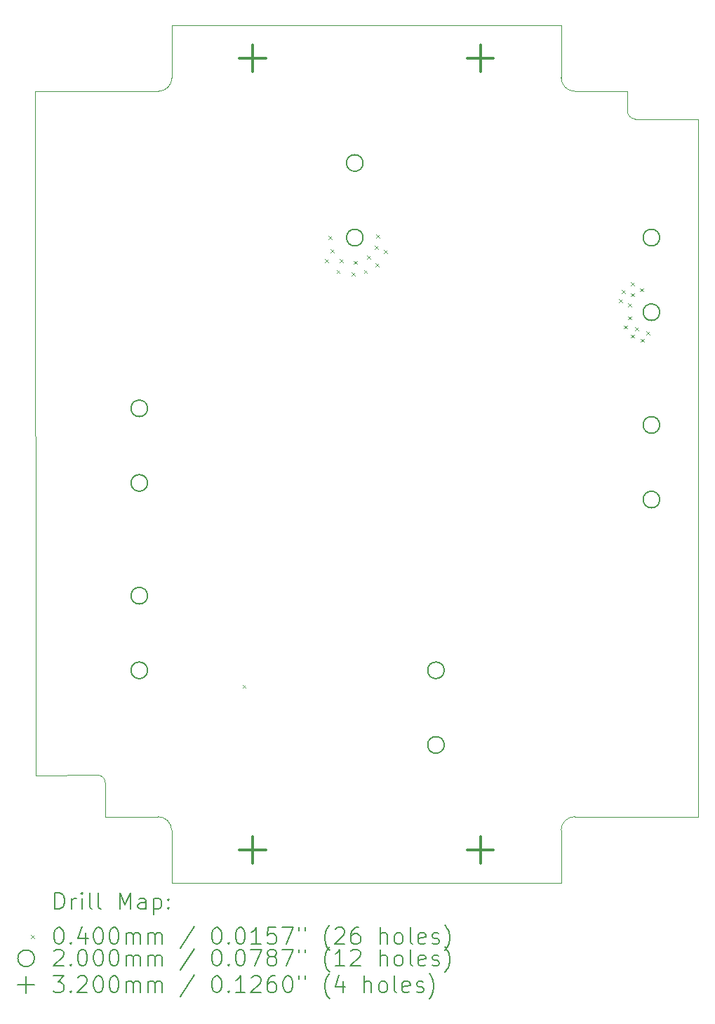
<source format=gbr>
%TF.GenerationSoftware,KiCad,Pcbnew,7.0.1-0*%
%TF.CreationDate,2023-03-19T01:46:27-04:00*%
%TF.ProjectId,new-solar-cell-burn-wire,6e65772d-736f-46c6-9172-2d63656c6c2d,2*%
%TF.SameCoordinates,Original*%
%TF.FileFunction,Drillmap*%
%TF.FilePolarity,Positive*%
%FSLAX45Y45*%
G04 Gerber Fmt 4.5, Leading zero omitted, Abs format (unit mm)*
G04 Created by KiCad (PCBNEW 7.0.1-0) date 2023-03-19 01:46:27*
%MOMM*%
%LPD*%
G01*
G04 APERTURE LIST*
%ADD10C,0.100000*%
%ADD11C,0.200000*%
%ADD12C,0.040000*%
%ADD13C,0.320000*%
G04 APERTURE END LIST*
D10*
X13560000Y-14225000D02*
X8860000Y-14225000D01*
X14360000Y-4675000D02*
X14360000Y-4916130D01*
X15210000Y-5010000D02*
X15210000Y-13425000D01*
X8060567Y-13015036D02*
G75*
G03*
X7966933Y-12925000I-93657J-3694D01*
G01*
X13560000Y-14225000D02*
X13560000Y-13590000D01*
X8700000Y-4675000D02*
G75*
G03*
X8865000Y-4510000I0J165000D01*
G01*
X14360004Y-4916130D02*
G75*
G03*
X14454946Y-5010000I99096J5280D01*
G01*
X13725000Y-13425000D02*
G75*
G03*
X13560000Y-13590000I0J-165000D01*
G01*
X15210000Y-13425000D02*
X13725000Y-13425000D01*
X8860000Y-13590000D02*
X8860000Y-14225000D01*
X13560000Y-4510000D02*
X13560000Y-3875000D01*
X7210000Y-4675000D02*
X8700000Y-4675000D01*
X8860000Y-13590000D02*
G75*
G03*
X8695000Y-13425000I-165000J0D01*
G01*
X7966933Y-12925000D02*
X7220000Y-12930000D01*
X8695000Y-13425000D02*
X8060000Y-13425000D01*
X8060000Y-13425000D02*
X8060573Y-13015036D01*
X13560000Y-4510000D02*
G75*
G03*
X13725000Y-4675000I165000J0D01*
G01*
X8865000Y-3875000D02*
X13560000Y-3875000D01*
X7220000Y-12930000D02*
X7210000Y-4675000D01*
X15210000Y-5010000D02*
X14454946Y-5010000D01*
X8865000Y-3875000D02*
X8865000Y-4510000D01*
X13725000Y-4675000D02*
X14360000Y-4675000D01*
D11*
D12*
X9715000Y-11835000D02*
X9755000Y-11875000D01*
X9755000Y-11835000D02*
X9715000Y-11875000D01*
X10710000Y-6700000D02*
X10750000Y-6740000D01*
X10750000Y-6700000D02*
X10710000Y-6740000D01*
X10750000Y-6420000D02*
X10790000Y-6460000D01*
X10790000Y-6420000D02*
X10750000Y-6460000D01*
X10780000Y-6580000D02*
X10820000Y-6620000D01*
X10820000Y-6580000D02*
X10780000Y-6620000D01*
X10850000Y-6830000D02*
X10890000Y-6870000D01*
X10890000Y-6830000D02*
X10850000Y-6870000D01*
X10890000Y-6700000D02*
X10930000Y-6740000D01*
X10930000Y-6700000D02*
X10890000Y-6740000D01*
X11030000Y-6860000D02*
X11070000Y-6900000D01*
X11070000Y-6860000D02*
X11030000Y-6900000D01*
X11060000Y-6720000D02*
X11100000Y-6760000D01*
X11100000Y-6720000D02*
X11060000Y-6760000D01*
X11180000Y-6830000D02*
X11220000Y-6870000D01*
X11220000Y-6830000D02*
X11180000Y-6870000D01*
X11220000Y-6660000D02*
X11260000Y-6700000D01*
X11260000Y-6660000D02*
X11220000Y-6700000D01*
X11310000Y-6540000D02*
X11350000Y-6580000D01*
X11350000Y-6540000D02*
X11310000Y-6580000D01*
X11320000Y-6750000D02*
X11360000Y-6790000D01*
X11360000Y-6750000D02*
X11320000Y-6790000D01*
X11330000Y-6400000D02*
X11370000Y-6440000D01*
X11370000Y-6400000D02*
X11330000Y-6440000D01*
X11420000Y-6590000D02*
X11460000Y-6630000D01*
X11460000Y-6590000D02*
X11420000Y-6630000D01*
X14260000Y-7180000D02*
X14300000Y-7220000D01*
X14300000Y-7180000D02*
X14260000Y-7220000D01*
X14290000Y-7070000D02*
X14330000Y-7110000D01*
X14330000Y-7070000D02*
X14290000Y-7110000D01*
X14320000Y-7500000D02*
X14360000Y-7540000D01*
X14360000Y-7500000D02*
X14320000Y-7540000D01*
X14370000Y-7230000D02*
X14410000Y-7270000D01*
X14410000Y-7230000D02*
X14370000Y-7270000D01*
X14370000Y-7390000D02*
X14410000Y-7430000D01*
X14410000Y-7390000D02*
X14370000Y-7430000D01*
X14400000Y-6980000D02*
X14440000Y-7020000D01*
X14440000Y-6980000D02*
X14400000Y-7020000D01*
X14400000Y-7110000D02*
X14440000Y-7150000D01*
X14440000Y-7110000D02*
X14400000Y-7150000D01*
X14400000Y-7610000D02*
X14440000Y-7650000D01*
X14440000Y-7610000D02*
X14400000Y-7650000D01*
X14450000Y-7520000D02*
X14490000Y-7560000D01*
X14490000Y-7520000D02*
X14450000Y-7560000D01*
X14510000Y-7050000D02*
X14550000Y-7090000D01*
X14550000Y-7050000D02*
X14510000Y-7090000D01*
X14520000Y-7660000D02*
X14560000Y-7700000D01*
X14560000Y-7660000D02*
X14520000Y-7700000D01*
X14590000Y-7570000D02*
X14630000Y-7610000D01*
X14630000Y-7570000D02*
X14590000Y-7610000D01*
D11*
X8570000Y-8500000D02*
G75*
G03*
X8570000Y-8500000I-100000J0D01*
G01*
X8570000Y-9400000D02*
G75*
G03*
X8570000Y-9400000I-100000J0D01*
G01*
X8570000Y-10760000D02*
G75*
G03*
X8570000Y-10760000I-100000J0D01*
G01*
X8570000Y-11660000D02*
G75*
G03*
X8570000Y-11660000I-100000J0D01*
G01*
X11170000Y-5540000D02*
G75*
G03*
X11170000Y-5540000I-100000J0D01*
G01*
X11170000Y-6440000D02*
G75*
G03*
X11170000Y-6440000I-100000J0D01*
G01*
X12150000Y-11660000D02*
G75*
G03*
X12150000Y-11660000I-100000J0D01*
G01*
X12150000Y-12560000D02*
G75*
G03*
X12150000Y-12560000I-100000J0D01*
G01*
X14750000Y-6440000D02*
G75*
G03*
X14750000Y-6440000I-100000J0D01*
G01*
X14750000Y-7340000D02*
G75*
G03*
X14750000Y-7340000I-100000J0D01*
G01*
X14750000Y-8700000D02*
G75*
G03*
X14750000Y-8700000I-100000J0D01*
G01*
X14750000Y-9600000D02*
G75*
G03*
X14750000Y-9600000I-100000J0D01*
G01*
D13*
X9835000Y-4115000D02*
X9835000Y-4435000D01*
X9675000Y-4275000D02*
X9995000Y-4275000D01*
X9835000Y-13665000D02*
X9835000Y-13985000D01*
X9675000Y-13825000D02*
X9995000Y-13825000D01*
X12585000Y-4115000D02*
X12585000Y-4435000D01*
X12425000Y-4275000D02*
X12745000Y-4275000D01*
X12585000Y-13665000D02*
X12585000Y-13985000D01*
X12425000Y-13825000D02*
X12745000Y-13825000D01*
D11*
X7452619Y-14542524D02*
X7452619Y-14342524D01*
X7452619Y-14342524D02*
X7500238Y-14342524D01*
X7500238Y-14342524D02*
X7528809Y-14352048D01*
X7528809Y-14352048D02*
X7547857Y-14371095D01*
X7547857Y-14371095D02*
X7557381Y-14390143D01*
X7557381Y-14390143D02*
X7566905Y-14428238D01*
X7566905Y-14428238D02*
X7566905Y-14456809D01*
X7566905Y-14456809D02*
X7557381Y-14494905D01*
X7557381Y-14494905D02*
X7547857Y-14513952D01*
X7547857Y-14513952D02*
X7528809Y-14533000D01*
X7528809Y-14533000D02*
X7500238Y-14542524D01*
X7500238Y-14542524D02*
X7452619Y-14542524D01*
X7652619Y-14542524D02*
X7652619Y-14409190D01*
X7652619Y-14447286D02*
X7662143Y-14428238D01*
X7662143Y-14428238D02*
X7671667Y-14418714D01*
X7671667Y-14418714D02*
X7690714Y-14409190D01*
X7690714Y-14409190D02*
X7709762Y-14409190D01*
X7776428Y-14542524D02*
X7776428Y-14409190D01*
X7776428Y-14342524D02*
X7766905Y-14352048D01*
X7766905Y-14352048D02*
X7776428Y-14361571D01*
X7776428Y-14361571D02*
X7785952Y-14352048D01*
X7785952Y-14352048D02*
X7776428Y-14342524D01*
X7776428Y-14342524D02*
X7776428Y-14361571D01*
X7900238Y-14542524D02*
X7881190Y-14533000D01*
X7881190Y-14533000D02*
X7871667Y-14513952D01*
X7871667Y-14513952D02*
X7871667Y-14342524D01*
X8005000Y-14542524D02*
X7985952Y-14533000D01*
X7985952Y-14533000D02*
X7976428Y-14513952D01*
X7976428Y-14513952D02*
X7976428Y-14342524D01*
X8233571Y-14542524D02*
X8233571Y-14342524D01*
X8233571Y-14342524D02*
X8300238Y-14485381D01*
X8300238Y-14485381D02*
X8366905Y-14342524D01*
X8366905Y-14342524D02*
X8366905Y-14542524D01*
X8547857Y-14542524D02*
X8547857Y-14437762D01*
X8547857Y-14437762D02*
X8538333Y-14418714D01*
X8538333Y-14418714D02*
X8519286Y-14409190D01*
X8519286Y-14409190D02*
X8481190Y-14409190D01*
X8481190Y-14409190D02*
X8462143Y-14418714D01*
X8547857Y-14533000D02*
X8528810Y-14542524D01*
X8528810Y-14542524D02*
X8481190Y-14542524D01*
X8481190Y-14542524D02*
X8462143Y-14533000D01*
X8462143Y-14533000D02*
X8452619Y-14513952D01*
X8452619Y-14513952D02*
X8452619Y-14494905D01*
X8452619Y-14494905D02*
X8462143Y-14475857D01*
X8462143Y-14475857D02*
X8481190Y-14466333D01*
X8481190Y-14466333D02*
X8528810Y-14466333D01*
X8528810Y-14466333D02*
X8547857Y-14456809D01*
X8643095Y-14409190D02*
X8643095Y-14609190D01*
X8643095Y-14418714D02*
X8662143Y-14409190D01*
X8662143Y-14409190D02*
X8700238Y-14409190D01*
X8700238Y-14409190D02*
X8719286Y-14418714D01*
X8719286Y-14418714D02*
X8728810Y-14428238D01*
X8728810Y-14428238D02*
X8738333Y-14447286D01*
X8738333Y-14447286D02*
X8738333Y-14504428D01*
X8738333Y-14504428D02*
X8728810Y-14523476D01*
X8728810Y-14523476D02*
X8719286Y-14533000D01*
X8719286Y-14533000D02*
X8700238Y-14542524D01*
X8700238Y-14542524D02*
X8662143Y-14542524D01*
X8662143Y-14542524D02*
X8643095Y-14533000D01*
X8824048Y-14523476D02*
X8833571Y-14533000D01*
X8833571Y-14533000D02*
X8824048Y-14542524D01*
X8824048Y-14542524D02*
X8814524Y-14533000D01*
X8814524Y-14533000D02*
X8824048Y-14523476D01*
X8824048Y-14523476D02*
X8824048Y-14542524D01*
X8824048Y-14418714D02*
X8833571Y-14428238D01*
X8833571Y-14428238D02*
X8824048Y-14437762D01*
X8824048Y-14437762D02*
X8814524Y-14428238D01*
X8814524Y-14428238D02*
X8824048Y-14418714D01*
X8824048Y-14418714D02*
X8824048Y-14437762D01*
D12*
X7165000Y-14850000D02*
X7205000Y-14890000D01*
X7205000Y-14850000D02*
X7165000Y-14890000D01*
D11*
X7490714Y-14762524D02*
X7509762Y-14762524D01*
X7509762Y-14762524D02*
X7528809Y-14772048D01*
X7528809Y-14772048D02*
X7538333Y-14781571D01*
X7538333Y-14781571D02*
X7547857Y-14800619D01*
X7547857Y-14800619D02*
X7557381Y-14838714D01*
X7557381Y-14838714D02*
X7557381Y-14886333D01*
X7557381Y-14886333D02*
X7547857Y-14924428D01*
X7547857Y-14924428D02*
X7538333Y-14943476D01*
X7538333Y-14943476D02*
X7528809Y-14953000D01*
X7528809Y-14953000D02*
X7509762Y-14962524D01*
X7509762Y-14962524D02*
X7490714Y-14962524D01*
X7490714Y-14962524D02*
X7471667Y-14953000D01*
X7471667Y-14953000D02*
X7462143Y-14943476D01*
X7462143Y-14943476D02*
X7452619Y-14924428D01*
X7452619Y-14924428D02*
X7443095Y-14886333D01*
X7443095Y-14886333D02*
X7443095Y-14838714D01*
X7443095Y-14838714D02*
X7452619Y-14800619D01*
X7452619Y-14800619D02*
X7462143Y-14781571D01*
X7462143Y-14781571D02*
X7471667Y-14772048D01*
X7471667Y-14772048D02*
X7490714Y-14762524D01*
X7643095Y-14943476D02*
X7652619Y-14953000D01*
X7652619Y-14953000D02*
X7643095Y-14962524D01*
X7643095Y-14962524D02*
X7633571Y-14953000D01*
X7633571Y-14953000D02*
X7643095Y-14943476D01*
X7643095Y-14943476D02*
X7643095Y-14962524D01*
X7824048Y-14829190D02*
X7824048Y-14962524D01*
X7776428Y-14753000D02*
X7728809Y-14895857D01*
X7728809Y-14895857D02*
X7852619Y-14895857D01*
X7966905Y-14762524D02*
X7985952Y-14762524D01*
X7985952Y-14762524D02*
X8005000Y-14772048D01*
X8005000Y-14772048D02*
X8014524Y-14781571D01*
X8014524Y-14781571D02*
X8024048Y-14800619D01*
X8024048Y-14800619D02*
X8033571Y-14838714D01*
X8033571Y-14838714D02*
X8033571Y-14886333D01*
X8033571Y-14886333D02*
X8024048Y-14924428D01*
X8024048Y-14924428D02*
X8014524Y-14943476D01*
X8014524Y-14943476D02*
X8005000Y-14953000D01*
X8005000Y-14953000D02*
X7985952Y-14962524D01*
X7985952Y-14962524D02*
X7966905Y-14962524D01*
X7966905Y-14962524D02*
X7947857Y-14953000D01*
X7947857Y-14953000D02*
X7938333Y-14943476D01*
X7938333Y-14943476D02*
X7928809Y-14924428D01*
X7928809Y-14924428D02*
X7919286Y-14886333D01*
X7919286Y-14886333D02*
X7919286Y-14838714D01*
X7919286Y-14838714D02*
X7928809Y-14800619D01*
X7928809Y-14800619D02*
X7938333Y-14781571D01*
X7938333Y-14781571D02*
X7947857Y-14772048D01*
X7947857Y-14772048D02*
X7966905Y-14762524D01*
X8157381Y-14762524D02*
X8176429Y-14762524D01*
X8176429Y-14762524D02*
X8195476Y-14772048D01*
X8195476Y-14772048D02*
X8205000Y-14781571D01*
X8205000Y-14781571D02*
X8214524Y-14800619D01*
X8214524Y-14800619D02*
X8224048Y-14838714D01*
X8224048Y-14838714D02*
X8224048Y-14886333D01*
X8224048Y-14886333D02*
X8214524Y-14924428D01*
X8214524Y-14924428D02*
X8205000Y-14943476D01*
X8205000Y-14943476D02*
X8195476Y-14953000D01*
X8195476Y-14953000D02*
X8176429Y-14962524D01*
X8176429Y-14962524D02*
X8157381Y-14962524D01*
X8157381Y-14962524D02*
X8138333Y-14953000D01*
X8138333Y-14953000D02*
X8128809Y-14943476D01*
X8128809Y-14943476D02*
X8119286Y-14924428D01*
X8119286Y-14924428D02*
X8109762Y-14886333D01*
X8109762Y-14886333D02*
X8109762Y-14838714D01*
X8109762Y-14838714D02*
X8119286Y-14800619D01*
X8119286Y-14800619D02*
X8128809Y-14781571D01*
X8128809Y-14781571D02*
X8138333Y-14772048D01*
X8138333Y-14772048D02*
X8157381Y-14762524D01*
X8309762Y-14962524D02*
X8309762Y-14829190D01*
X8309762Y-14848238D02*
X8319286Y-14838714D01*
X8319286Y-14838714D02*
X8338333Y-14829190D01*
X8338333Y-14829190D02*
X8366905Y-14829190D01*
X8366905Y-14829190D02*
X8385952Y-14838714D01*
X8385952Y-14838714D02*
X8395476Y-14857762D01*
X8395476Y-14857762D02*
X8395476Y-14962524D01*
X8395476Y-14857762D02*
X8405000Y-14838714D01*
X8405000Y-14838714D02*
X8424048Y-14829190D01*
X8424048Y-14829190D02*
X8452619Y-14829190D01*
X8452619Y-14829190D02*
X8471667Y-14838714D01*
X8471667Y-14838714D02*
X8481191Y-14857762D01*
X8481191Y-14857762D02*
X8481191Y-14962524D01*
X8576429Y-14962524D02*
X8576429Y-14829190D01*
X8576429Y-14848238D02*
X8585952Y-14838714D01*
X8585952Y-14838714D02*
X8605000Y-14829190D01*
X8605000Y-14829190D02*
X8633572Y-14829190D01*
X8633572Y-14829190D02*
X8652619Y-14838714D01*
X8652619Y-14838714D02*
X8662143Y-14857762D01*
X8662143Y-14857762D02*
X8662143Y-14962524D01*
X8662143Y-14857762D02*
X8671667Y-14838714D01*
X8671667Y-14838714D02*
X8690714Y-14829190D01*
X8690714Y-14829190D02*
X8719286Y-14829190D01*
X8719286Y-14829190D02*
X8738333Y-14838714D01*
X8738333Y-14838714D02*
X8747857Y-14857762D01*
X8747857Y-14857762D02*
X8747857Y-14962524D01*
X9138333Y-14753000D02*
X8966905Y-15010143D01*
X9395476Y-14762524D02*
X9414524Y-14762524D01*
X9414524Y-14762524D02*
X9433572Y-14772048D01*
X9433572Y-14772048D02*
X9443095Y-14781571D01*
X9443095Y-14781571D02*
X9452619Y-14800619D01*
X9452619Y-14800619D02*
X9462143Y-14838714D01*
X9462143Y-14838714D02*
X9462143Y-14886333D01*
X9462143Y-14886333D02*
X9452619Y-14924428D01*
X9452619Y-14924428D02*
X9443095Y-14943476D01*
X9443095Y-14943476D02*
X9433572Y-14953000D01*
X9433572Y-14953000D02*
X9414524Y-14962524D01*
X9414524Y-14962524D02*
X9395476Y-14962524D01*
X9395476Y-14962524D02*
X9376429Y-14953000D01*
X9376429Y-14953000D02*
X9366905Y-14943476D01*
X9366905Y-14943476D02*
X9357381Y-14924428D01*
X9357381Y-14924428D02*
X9347857Y-14886333D01*
X9347857Y-14886333D02*
X9347857Y-14838714D01*
X9347857Y-14838714D02*
X9357381Y-14800619D01*
X9357381Y-14800619D02*
X9366905Y-14781571D01*
X9366905Y-14781571D02*
X9376429Y-14772048D01*
X9376429Y-14772048D02*
X9395476Y-14762524D01*
X9547857Y-14943476D02*
X9557381Y-14953000D01*
X9557381Y-14953000D02*
X9547857Y-14962524D01*
X9547857Y-14962524D02*
X9538334Y-14953000D01*
X9538334Y-14953000D02*
X9547857Y-14943476D01*
X9547857Y-14943476D02*
X9547857Y-14962524D01*
X9681191Y-14762524D02*
X9700238Y-14762524D01*
X9700238Y-14762524D02*
X9719286Y-14772048D01*
X9719286Y-14772048D02*
X9728810Y-14781571D01*
X9728810Y-14781571D02*
X9738334Y-14800619D01*
X9738334Y-14800619D02*
X9747857Y-14838714D01*
X9747857Y-14838714D02*
X9747857Y-14886333D01*
X9747857Y-14886333D02*
X9738334Y-14924428D01*
X9738334Y-14924428D02*
X9728810Y-14943476D01*
X9728810Y-14943476D02*
X9719286Y-14953000D01*
X9719286Y-14953000D02*
X9700238Y-14962524D01*
X9700238Y-14962524D02*
X9681191Y-14962524D01*
X9681191Y-14962524D02*
X9662143Y-14953000D01*
X9662143Y-14953000D02*
X9652619Y-14943476D01*
X9652619Y-14943476D02*
X9643095Y-14924428D01*
X9643095Y-14924428D02*
X9633572Y-14886333D01*
X9633572Y-14886333D02*
X9633572Y-14838714D01*
X9633572Y-14838714D02*
X9643095Y-14800619D01*
X9643095Y-14800619D02*
X9652619Y-14781571D01*
X9652619Y-14781571D02*
X9662143Y-14772048D01*
X9662143Y-14772048D02*
X9681191Y-14762524D01*
X9938334Y-14962524D02*
X9824048Y-14962524D01*
X9881191Y-14962524D02*
X9881191Y-14762524D01*
X9881191Y-14762524D02*
X9862143Y-14791095D01*
X9862143Y-14791095D02*
X9843095Y-14810143D01*
X9843095Y-14810143D02*
X9824048Y-14819667D01*
X10119286Y-14762524D02*
X10024048Y-14762524D01*
X10024048Y-14762524D02*
X10014524Y-14857762D01*
X10014524Y-14857762D02*
X10024048Y-14848238D01*
X10024048Y-14848238D02*
X10043095Y-14838714D01*
X10043095Y-14838714D02*
X10090715Y-14838714D01*
X10090715Y-14838714D02*
X10109762Y-14848238D01*
X10109762Y-14848238D02*
X10119286Y-14857762D01*
X10119286Y-14857762D02*
X10128810Y-14876809D01*
X10128810Y-14876809D02*
X10128810Y-14924428D01*
X10128810Y-14924428D02*
X10119286Y-14943476D01*
X10119286Y-14943476D02*
X10109762Y-14953000D01*
X10109762Y-14953000D02*
X10090715Y-14962524D01*
X10090715Y-14962524D02*
X10043095Y-14962524D01*
X10043095Y-14962524D02*
X10024048Y-14953000D01*
X10024048Y-14953000D02*
X10014524Y-14943476D01*
X10195476Y-14762524D02*
X10328810Y-14762524D01*
X10328810Y-14762524D02*
X10243095Y-14962524D01*
X10395476Y-14762524D02*
X10395476Y-14800619D01*
X10471667Y-14762524D02*
X10471667Y-14800619D01*
X10766905Y-15038714D02*
X10757381Y-15029190D01*
X10757381Y-15029190D02*
X10738334Y-15000619D01*
X10738334Y-15000619D02*
X10728810Y-14981571D01*
X10728810Y-14981571D02*
X10719286Y-14953000D01*
X10719286Y-14953000D02*
X10709762Y-14905381D01*
X10709762Y-14905381D02*
X10709762Y-14867286D01*
X10709762Y-14867286D02*
X10719286Y-14819667D01*
X10719286Y-14819667D02*
X10728810Y-14791095D01*
X10728810Y-14791095D02*
X10738334Y-14772048D01*
X10738334Y-14772048D02*
X10757381Y-14743476D01*
X10757381Y-14743476D02*
X10766905Y-14733952D01*
X10833572Y-14781571D02*
X10843096Y-14772048D01*
X10843096Y-14772048D02*
X10862143Y-14762524D01*
X10862143Y-14762524D02*
X10909762Y-14762524D01*
X10909762Y-14762524D02*
X10928810Y-14772048D01*
X10928810Y-14772048D02*
X10938334Y-14781571D01*
X10938334Y-14781571D02*
X10947857Y-14800619D01*
X10947857Y-14800619D02*
X10947857Y-14819667D01*
X10947857Y-14819667D02*
X10938334Y-14848238D01*
X10938334Y-14848238D02*
X10824048Y-14962524D01*
X10824048Y-14962524D02*
X10947857Y-14962524D01*
X11119286Y-14762524D02*
X11081191Y-14762524D01*
X11081191Y-14762524D02*
X11062143Y-14772048D01*
X11062143Y-14772048D02*
X11052619Y-14781571D01*
X11052619Y-14781571D02*
X11033572Y-14810143D01*
X11033572Y-14810143D02*
X11024048Y-14848238D01*
X11024048Y-14848238D02*
X11024048Y-14924428D01*
X11024048Y-14924428D02*
X11033572Y-14943476D01*
X11033572Y-14943476D02*
X11043096Y-14953000D01*
X11043096Y-14953000D02*
X11062143Y-14962524D01*
X11062143Y-14962524D02*
X11100238Y-14962524D01*
X11100238Y-14962524D02*
X11119286Y-14953000D01*
X11119286Y-14953000D02*
X11128810Y-14943476D01*
X11128810Y-14943476D02*
X11138334Y-14924428D01*
X11138334Y-14924428D02*
X11138334Y-14876809D01*
X11138334Y-14876809D02*
X11128810Y-14857762D01*
X11128810Y-14857762D02*
X11119286Y-14848238D01*
X11119286Y-14848238D02*
X11100238Y-14838714D01*
X11100238Y-14838714D02*
X11062143Y-14838714D01*
X11062143Y-14838714D02*
X11043096Y-14848238D01*
X11043096Y-14848238D02*
X11033572Y-14857762D01*
X11033572Y-14857762D02*
X11024048Y-14876809D01*
X11376429Y-14962524D02*
X11376429Y-14762524D01*
X11462143Y-14962524D02*
X11462143Y-14857762D01*
X11462143Y-14857762D02*
X11452619Y-14838714D01*
X11452619Y-14838714D02*
X11433572Y-14829190D01*
X11433572Y-14829190D02*
X11405000Y-14829190D01*
X11405000Y-14829190D02*
X11385953Y-14838714D01*
X11385953Y-14838714D02*
X11376429Y-14848238D01*
X11585953Y-14962524D02*
X11566905Y-14953000D01*
X11566905Y-14953000D02*
X11557381Y-14943476D01*
X11557381Y-14943476D02*
X11547857Y-14924428D01*
X11547857Y-14924428D02*
X11547857Y-14867286D01*
X11547857Y-14867286D02*
X11557381Y-14848238D01*
X11557381Y-14848238D02*
X11566905Y-14838714D01*
X11566905Y-14838714D02*
X11585953Y-14829190D01*
X11585953Y-14829190D02*
X11614524Y-14829190D01*
X11614524Y-14829190D02*
X11633572Y-14838714D01*
X11633572Y-14838714D02*
X11643096Y-14848238D01*
X11643096Y-14848238D02*
X11652619Y-14867286D01*
X11652619Y-14867286D02*
X11652619Y-14924428D01*
X11652619Y-14924428D02*
X11643096Y-14943476D01*
X11643096Y-14943476D02*
X11633572Y-14953000D01*
X11633572Y-14953000D02*
X11614524Y-14962524D01*
X11614524Y-14962524D02*
X11585953Y-14962524D01*
X11766905Y-14962524D02*
X11747857Y-14953000D01*
X11747857Y-14953000D02*
X11738334Y-14933952D01*
X11738334Y-14933952D02*
X11738334Y-14762524D01*
X11919286Y-14953000D02*
X11900238Y-14962524D01*
X11900238Y-14962524D02*
X11862143Y-14962524D01*
X11862143Y-14962524D02*
X11843096Y-14953000D01*
X11843096Y-14953000D02*
X11833572Y-14933952D01*
X11833572Y-14933952D02*
X11833572Y-14857762D01*
X11833572Y-14857762D02*
X11843096Y-14838714D01*
X11843096Y-14838714D02*
X11862143Y-14829190D01*
X11862143Y-14829190D02*
X11900238Y-14829190D01*
X11900238Y-14829190D02*
X11919286Y-14838714D01*
X11919286Y-14838714D02*
X11928810Y-14857762D01*
X11928810Y-14857762D02*
X11928810Y-14876809D01*
X11928810Y-14876809D02*
X11833572Y-14895857D01*
X12005000Y-14953000D02*
X12024048Y-14962524D01*
X12024048Y-14962524D02*
X12062143Y-14962524D01*
X12062143Y-14962524D02*
X12081191Y-14953000D01*
X12081191Y-14953000D02*
X12090715Y-14933952D01*
X12090715Y-14933952D02*
X12090715Y-14924428D01*
X12090715Y-14924428D02*
X12081191Y-14905381D01*
X12081191Y-14905381D02*
X12062143Y-14895857D01*
X12062143Y-14895857D02*
X12033572Y-14895857D01*
X12033572Y-14895857D02*
X12014524Y-14886333D01*
X12014524Y-14886333D02*
X12005000Y-14867286D01*
X12005000Y-14867286D02*
X12005000Y-14857762D01*
X12005000Y-14857762D02*
X12014524Y-14838714D01*
X12014524Y-14838714D02*
X12033572Y-14829190D01*
X12033572Y-14829190D02*
X12062143Y-14829190D01*
X12062143Y-14829190D02*
X12081191Y-14838714D01*
X12157381Y-15038714D02*
X12166905Y-15029190D01*
X12166905Y-15029190D02*
X12185953Y-15000619D01*
X12185953Y-15000619D02*
X12195477Y-14981571D01*
X12195477Y-14981571D02*
X12205000Y-14953000D01*
X12205000Y-14953000D02*
X12214524Y-14905381D01*
X12214524Y-14905381D02*
X12214524Y-14867286D01*
X12214524Y-14867286D02*
X12205000Y-14819667D01*
X12205000Y-14819667D02*
X12195477Y-14791095D01*
X12195477Y-14791095D02*
X12185953Y-14772048D01*
X12185953Y-14772048D02*
X12166905Y-14743476D01*
X12166905Y-14743476D02*
X12157381Y-14733952D01*
X7205000Y-15134000D02*
G75*
G03*
X7205000Y-15134000I-100000J0D01*
G01*
X7443095Y-15045571D02*
X7452619Y-15036048D01*
X7452619Y-15036048D02*
X7471667Y-15026524D01*
X7471667Y-15026524D02*
X7519286Y-15026524D01*
X7519286Y-15026524D02*
X7538333Y-15036048D01*
X7538333Y-15036048D02*
X7547857Y-15045571D01*
X7547857Y-15045571D02*
X7557381Y-15064619D01*
X7557381Y-15064619D02*
X7557381Y-15083667D01*
X7557381Y-15083667D02*
X7547857Y-15112238D01*
X7547857Y-15112238D02*
X7433571Y-15226524D01*
X7433571Y-15226524D02*
X7557381Y-15226524D01*
X7643095Y-15207476D02*
X7652619Y-15217000D01*
X7652619Y-15217000D02*
X7643095Y-15226524D01*
X7643095Y-15226524D02*
X7633571Y-15217000D01*
X7633571Y-15217000D02*
X7643095Y-15207476D01*
X7643095Y-15207476D02*
X7643095Y-15226524D01*
X7776428Y-15026524D02*
X7795476Y-15026524D01*
X7795476Y-15026524D02*
X7814524Y-15036048D01*
X7814524Y-15036048D02*
X7824048Y-15045571D01*
X7824048Y-15045571D02*
X7833571Y-15064619D01*
X7833571Y-15064619D02*
X7843095Y-15102714D01*
X7843095Y-15102714D02*
X7843095Y-15150333D01*
X7843095Y-15150333D02*
X7833571Y-15188428D01*
X7833571Y-15188428D02*
X7824048Y-15207476D01*
X7824048Y-15207476D02*
X7814524Y-15217000D01*
X7814524Y-15217000D02*
X7795476Y-15226524D01*
X7795476Y-15226524D02*
X7776428Y-15226524D01*
X7776428Y-15226524D02*
X7757381Y-15217000D01*
X7757381Y-15217000D02*
X7747857Y-15207476D01*
X7747857Y-15207476D02*
X7738333Y-15188428D01*
X7738333Y-15188428D02*
X7728809Y-15150333D01*
X7728809Y-15150333D02*
X7728809Y-15102714D01*
X7728809Y-15102714D02*
X7738333Y-15064619D01*
X7738333Y-15064619D02*
X7747857Y-15045571D01*
X7747857Y-15045571D02*
X7757381Y-15036048D01*
X7757381Y-15036048D02*
X7776428Y-15026524D01*
X7966905Y-15026524D02*
X7985952Y-15026524D01*
X7985952Y-15026524D02*
X8005000Y-15036048D01*
X8005000Y-15036048D02*
X8014524Y-15045571D01*
X8014524Y-15045571D02*
X8024048Y-15064619D01*
X8024048Y-15064619D02*
X8033571Y-15102714D01*
X8033571Y-15102714D02*
X8033571Y-15150333D01*
X8033571Y-15150333D02*
X8024048Y-15188428D01*
X8024048Y-15188428D02*
X8014524Y-15207476D01*
X8014524Y-15207476D02*
X8005000Y-15217000D01*
X8005000Y-15217000D02*
X7985952Y-15226524D01*
X7985952Y-15226524D02*
X7966905Y-15226524D01*
X7966905Y-15226524D02*
X7947857Y-15217000D01*
X7947857Y-15217000D02*
X7938333Y-15207476D01*
X7938333Y-15207476D02*
X7928809Y-15188428D01*
X7928809Y-15188428D02*
X7919286Y-15150333D01*
X7919286Y-15150333D02*
X7919286Y-15102714D01*
X7919286Y-15102714D02*
X7928809Y-15064619D01*
X7928809Y-15064619D02*
X7938333Y-15045571D01*
X7938333Y-15045571D02*
X7947857Y-15036048D01*
X7947857Y-15036048D02*
X7966905Y-15026524D01*
X8157381Y-15026524D02*
X8176429Y-15026524D01*
X8176429Y-15026524D02*
X8195476Y-15036048D01*
X8195476Y-15036048D02*
X8205000Y-15045571D01*
X8205000Y-15045571D02*
X8214524Y-15064619D01*
X8214524Y-15064619D02*
X8224048Y-15102714D01*
X8224048Y-15102714D02*
X8224048Y-15150333D01*
X8224048Y-15150333D02*
X8214524Y-15188428D01*
X8214524Y-15188428D02*
X8205000Y-15207476D01*
X8205000Y-15207476D02*
X8195476Y-15217000D01*
X8195476Y-15217000D02*
X8176429Y-15226524D01*
X8176429Y-15226524D02*
X8157381Y-15226524D01*
X8157381Y-15226524D02*
X8138333Y-15217000D01*
X8138333Y-15217000D02*
X8128809Y-15207476D01*
X8128809Y-15207476D02*
X8119286Y-15188428D01*
X8119286Y-15188428D02*
X8109762Y-15150333D01*
X8109762Y-15150333D02*
X8109762Y-15102714D01*
X8109762Y-15102714D02*
X8119286Y-15064619D01*
X8119286Y-15064619D02*
X8128809Y-15045571D01*
X8128809Y-15045571D02*
X8138333Y-15036048D01*
X8138333Y-15036048D02*
X8157381Y-15026524D01*
X8309762Y-15226524D02*
X8309762Y-15093190D01*
X8309762Y-15112238D02*
X8319286Y-15102714D01*
X8319286Y-15102714D02*
X8338333Y-15093190D01*
X8338333Y-15093190D02*
X8366905Y-15093190D01*
X8366905Y-15093190D02*
X8385952Y-15102714D01*
X8385952Y-15102714D02*
X8395476Y-15121762D01*
X8395476Y-15121762D02*
X8395476Y-15226524D01*
X8395476Y-15121762D02*
X8405000Y-15102714D01*
X8405000Y-15102714D02*
X8424048Y-15093190D01*
X8424048Y-15093190D02*
X8452619Y-15093190D01*
X8452619Y-15093190D02*
X8471667Y-15102714D01*
X8471667Y-15102714D02*
X8481191Y-15121762D01*
X8481191Y-15121762D02*
X8481191Y-15226524D01*
X8576429Y-15226524D02*
X8576429Y-15093190D01*
X8576429Y-15112238D02*
X8585952Y-15102714D01*
X8585952Y-15102714D02*
X8605000Y-15093190D01*
X8605000Y-15093190D02*
X8633572Y-15093190D01*
X8633572Y-15093190D02*
X8652619Y-15102714D01*
X8652619Y-15102714D02*
X8662143Y-15121762D01*
X8662143Y-15121762D02*
X8662143Y-15226524D01*
X8662143Y-15121762D02*
X8671667Y-15102714D01*
X8671667Y-15102714D02*
X8690714Y-15093190D01*
X8690714Y-15093190D02*
X8719286Y-15093190D01*
X8719286Y-15093190D02*
X8738333Y-15102714D01*
X8738333Y-15102714D02*
X8747857Y-15121762D01*
X8747857Y-15121762D02*
X8747857Y-15226524D01*
X9138333Y-15017000D02*
X8966905Y-15274143D01*
X9395476Y-15026524D02*
X9414524Y-15026524D01*
X9414524Y-15026524D02*
X9433572Y-15036048D01*
X9433572Y-15036048D02*
X9443095Y-15045571D01*
X9443095Y-15045571D02*
X9452619Y-15064619D01*
X9452619Y-15064619D02*
X9462143Y-15102714D01*
X9462143Y-15102714D02*
X9462143Y-15150333D01*
X9462143Y-15150333D02*
X9452619Y-15188428D01*
X9452619Y-15188428D02*
X9443095Y-15207476D01*
X9443095Y-15207476D02*
X9433572Y-15217000D01*
X9433572Y-15217000D02*
X9414524Y-15226524D01*
X9414524Y-15226524D02*
X9395476Y-15226524D01*
X9395476Y-15226524D02*
X9376429Y-15217000D01*
X9376429Y-15217000D02*
X9366905Y-15207476D01*
X9366905Y-15207476D02*
X9357381Y-15188428D01*
X9357381Y-15188428D02*
X9347857Y-15150333D01*
X9347857Y-15150333D02*
X9347857Y-15102714D01*
X9347857Y-15102714D02*
X9357381Y-15064619D01*
X9357381Y-15064619D02*
X9366905Y-15045571D01*
X9366905Y-15045571D02*
X9376429Y-15036048D01*
X9376429Y-15036048D02*
X9395476Y-15026524D01*
X9547857Y-15207476D02*
X9557381Y-15217000D01*
X9557381Y-15217000D02*
X9547857Y-15226524D01*
X9547857Y-15226524D02*
X9538334Y-15217000D01*
X9538334Y-15217000D02*
X9547857Y-15207476D01*
X9547857Y-15207476D02*
X9547857Y-15226524D01*
X9681191Y-15026524D02*
X9700238Y-15026524D01*
X9700238Y-15026524D02*
X9719286Y-15036048D01*
X9719286Y-15036048D02*
X9728810Y-15045571D01*
X9728810Y-15045571D02*
X9738334Y-15064619D01*
X9738334Y-15064619D02*
X9747857Y-15102714D01*
X9747857Y-15102714D02*
X9747857Y-15150333D01*
X9747857Y-15150333D02*
X9738334Y-15188428D01*
X9738334Y-15188428D02*
X9728810Y-15207476D01*
X9728810Y-15207476D02*
X9719286Y-15217000D01*
X9719286Y-15217000D02*
X9700238Y-15226524D01*
X9700238Y-15226524D02*
X9681191Y-15226524D01*
X9681191Y-15226524D02*
X9662143Y-15217000D01*
X9662143Y-15217000D02*
X9652619Y-15207476D01*
X9652619Y-15207476D02*
X9643095Y-15188428D01*
X9643095Y-15188428D02*
X9633572Y-15150333D01*
X9633572Y-15150333D02*
X9633572Y-15102714D01*
X9633572Y-15102714D02*
X9643095Y-15064619D01*
X9643095Y-15064619D02*
X9652619Y-15045571D01*
X9652619Y-15045571D02*
X9662143Y-15036048D01*
X9662143Y-15036048D02*
X9681191Y-15026524D01*
X9814524Y-15026524D02*
X9947857Y-15026524D01*
X9947857Y-15026524D02*
X9862143Y-15226524D01*
X10052619Y-15112238D02*
X10033572Y-15102714D01*
X10033572Y-15102714D02*
X10024048Y-15093190D01*
X10024048Y-15093190D02*
X10014524Y-15074143D01*
X10014524Y-15074143D02*
X10014524Y-15064619D01*
X10014524Y-15064619D02*
X10024048Y-15045571D01*
X10024048Y-15045571D02*
X10033572Y-15036048D01*
X10033572Y-15036048D02*
X10052619Y-15026524D01*
X10052619Y-15026524D02*
X10090715Y-15026524D01*
X10090715Y-15026524D02*
X10109762Y-15036048D01*
X10109762Y-15036048D02*
X10119286Y-15045571D01*
X10119286Y-15045571D02*
X10128810Y-15064619D01*
X10128810Y-15064619D02*
X10128810Y-15074143D01*
X10128810Y-15074143D02*
X10119286Y-15093190D01*
X10119286Y-15093190D02*
X10109762Y-15102714D01*
X10109762Y-15102714D02*
X10090715Y-15112238D01*
X10090715Y-15112238D02*
X10052619Y-15112238D01*
X10052619Y-15112238D02*
X10033572Y-15121762D01*
X10033572Y-15121762D02*
X10024048Y-15131286D01*
X10024048Y-15131286D02*
X10014524Y-15150333D01*
X10014524Y-15150333D02*
X10014524Y-15188428D01*
X10014524Y-15188428D02*
X10024048Y-15207476D01*
X10024048Y-15207476D02*
X10033572Y-15217000D01*
X10033572Y-15217000D02*
X10052619Y-15226524D01*
X10052619Y-15226524D02*
X10090715Y-15226524D01*
X10090715Y-15226524D02*
X10109762Y-15217000D01*
X10109762Y-15217000D02*
X10119286Y-15207476D01*
X10119286Y-15207476D02*
X10128810Y-15188428D01*
X10128810Y-15188428D02*
X10128810Y-15150333D01*
X10128810Y-15150333D02*
X10119286Y-15131286D01*
X10119286Y-15131286D02*
X10109762Y-15121762D01*
X10109762Y-15121762D02*
X10090715Y-15112238D01*
X10195476Y-15026524D02*
X10328810Y-15026524D01*
X10328810Y-15026524D02*
X10243095Y-15226524D01*
X10395476Y-15026524D02*
X10395476Y-15064619D01*
X10471667Y-15026524D02*
X10471667Y-15064619D01*
X10766905Y-15302714D02*
X10757381Y-15293190D01*
X10757381Y-15293190D02*
X10738334Y-15264619D01*
X10738334Y-15264619D02*
X10728810Y-15245571D01*
X10728810Y-15245571D02*
X10719286Y-15217000D01*
X10719286Y-15217000D02*
X10709762Y-15169381D01*
X10709762Y-15169381D02*
X10709762Y-15131286D01*
X10709762Y-15131286D02*
X10719286Y-15083667D01*
X10719286Y-15083667D02*
X10728810Y-15055095D01*
X10728810Y-15055095D02*
X10738334Y-15036048D01*
X10738334Y-15036048D02*
X10757381Y-15007476D01*
X10757381Y-15007476D02*
X10766905Y-14997952D01*
X10947857Y-15226524D02*
X10833572Y-15226524D01*
X10890715Y-15226524D02*
X10890715Y-15026524D01*
X10890715Y-15026524D02*
X10871667Y-15055095D01*
X10871667Y-15055095D02*
X10852619Y-15074143D01*
X10852619Y-15074143D02*
X10833572Y-15083667D01*
X11024048Y-15045571D02*
X11033572Y-15036048D01*
X11033572Y-15036048D02*
X11052619Y-15026524D01*
X11052619Y-15026524D02*
X11100238Y-15026524D01*
X11100238Y-15026524D02*
X11119286Y-15036048D01*
X11119286Y-15036048D02*
X11128810Y-15045571D01*
X11128810Y-15045571D02*
X11138334Y-15064619D01*
X11138334Y-15064619D02*
X11138334Y-15083667D01*
X11138334Y-15083667D02*
X11128810Y-15112238D01*
X11128810Y-15112238D02*
X11014524Y-15226524D01*
X11014524Y-15226524D02*
X11138334Y-15226524D01*
X11376429Y-15226524D02*
X11376429Y-15026524D01*
X11462143Y-15226524D02*
X11462143Y-15121762D01*
X11462143Y-15121762D02*
X11452619Y-15102714D01*
X11452619Y-15102714D02*
X11433572Y-15093190D01*
X11433572Y-15093190D02*
X11405000Y-15093190D01*
X11405000Y-15093190D02*
X11385953Y-15102714D01*
X11385953Y-15102714D02*
X11376429Y-15112238D01*
X11585953Y-15226524D02*
X11566905Y-15217000D01*
X11566905Y-15217000D02*
X11557381Y-15207476D01*
X11557381Y-15207476D02*
X11547857Y-15188428D01*
X11547857Y-15188428D02*
X11547857Y-15131286D01*
X11547857Y-15131286D02*
X11557381Y-15112238D01*
X11557381Y-15112238D02*
X11566905Y-15102714D01*
X11566905Y-15102714D02*
X11585953Y-15093190D01*
X11585953Y-15093190D02*
X11614524Y-15093190D01*
X11614524Y-15093190D02*
X11633572Y-15102714D01*
X11633572Y-15102714D02*
X11643096Y-15112238D01*
X11643096Y-15112238D02*
X11652619Y-15131286D01*
X11652619Y-15131286D02*
X11652619Y-15188428D01*
X11652619Y-15188428D02*
X11643096Y-15207476D01*
X11643096Y-15207476D02*
X11633572Y-15217000D01*
X11633572Y-15217000D02*
X11614524Y-15226524D01*
X11614524Y-15226524D02*
X11585953Y-15226524D01*
X11766905Y-15226524D02*
X11747857Y-15217000D01*
X11747857Y-15217000D02*
X11738334Y-15197952D01*
X11738334Y-15197952D02*
X11738334Y-15026524D01*
X11919286Y-15217000D02*
X11900238Y-15226524D01*
X11900238Y-15226524D02*
X11862143Y-15226524D01*
X11862143Y-15226524D02*
X11843096Y-15217000D01*
X11843096Y-15217000D02*
X11833572Y-15197952D01*
X11833572Y-15197952D02*
X11833572Y-15121762D01*
X11833572Y-15121762D02*
X11843096Y-15102714D01*
X11843096Y-15102714D02*
X11862143Y-15093190D01*
X11862143Y-15093190D02*
X11900238Y-15093190D01*
X11900238Y-15093190D02*
X11919286Y-15102714D01*
X11919286Y-15102714D02*
X11928810Y-15121762D01*
X11928810Y-15121762D02*
X11928810Y-15140809D01*
X11928810Y-15140809D02*
X11833572Y-15159857D01*
X12005000Y-15217000D02*
X12024048Y-15226524D01*
X12024048Y-15226524D02*
X12062143Y-15226524D01*
X12062143Y-15226524D02*
X12081191Y-15217000D01*
X12081191Y-15217000D02*
X12090715Y-15197952D01*
X12090715Y-15197952D02*
X12090715Y-15188428D01*
X12090715Y-15188428D02*
X12081191Y-15169381D01*
X12081191Y-15169381D02*
X12062143Y-15159857D01*
X12062143Y-15159857D02*
X12033572Y-15159857D01*
X12033572Y-15159857D02*
X12014524Y-15150333D01*
X12014524Y-15150333D02*
X12005000Y-15131286D01*
X12005000Y-15131286D02*
X12005000Y-15121762D01*
X12005000Y-15121762D02*
X12014524Y-15102714D01*
X12014524Y-15102714D02*
X12033572Y-15093190D01*
X12033572Y-15093190D02*
X12062143Y-15093190D01*
X12062143Y-15093190D02*
X12081191Y-15102714D01*
X12157381Y-15302714D02*
X12166905Y-15293190D01*
X12166905Y-15293190D02*
X12185953Y-15264619D01*
X12185953Y-15264619D02*
X12195477Y-15245571D01*
X12195477Y-15245571D02*
X12205000Y-15217000D01*
X12205000Y-15217000D02*
X12214524Y-15169381D01*
X12214524Y-15169381D02*
X12214524Y-15131286D01*
X12214524Y-15131286D02*
X12205000Y-15083667D01*
X12205000Y-15083667D02*
X12195477Y-15055095D01*
X12195477Y-15055095D02*
X12185953Y-15036048D01*
X12185953Y-15036048D02*
X12166905Y-15007476D01*
X12166905Y-15007476D02*
X12157381Y-14997952D01*
X7105000Y-15354000D02*
X7105000Y-15554000D01*
X7005000Y-15454000D02*
X7205000Y-15454000D01*
X7433571Y-15346524D02*
X7557381Y-15346524D01*
X7557381Y-15346524D02*
X7490714Y-15422714D01*
X7490714Y-15422714D02*
X7519286Y-15422714D01*
X7519286Y-15422714D02*
X7538333Y-15432238D01*
X7538333Y-15432238D02*
X7547857Y-15441762D01*
X7547857Y-15441762D02*
X7557381Y-15460809D01*
X7557381Y-15460809D02*
X7557381Y-15508428D01*
X7557381Y-15508428D02*
X7547857Y-15527476D01*
X7547857Y-15527476D02*
X7538333Y-15537000D01*
X7538333Y-15537000D02*
X7519286Y-15546524D01*
X7519286Y-15546524D02*
X7462143Y-15546524D01*
X7462143Y-15546524D02*
X7443095Y-15537000D01*
X7443095Y-15537000D02*
X7433571Y-15527476D01*
X7643095Y-15527476D02*
X7652619Y-15537000D01*
X7652619Y-15537000D02*
X7643095Y-15546524D01*
X7643095Y-15546524D02*
X7633571Y-15537000D01*
X7633571Y-15537000D02*
X7643095Y-15527476D01*
X7643095Y-15527476D02*
X7643095Y-15546524D01*
X7728809Y-15365571D02*
X7738333Y-15356048D01*
X7738333Y-15356048D02*
X7757381Y-15346524D01*
X7757381Y-15346524D02*
X7805000Y-15346524D01*
X7805000Y-15346524D02*
X7824048Y-15356048D01*
X7824048Y-15356048D02*
X7833571Y-15365571D01*
X7833571Y-15365571D02*
X7843095Y-15384619D01*
X7843095Y-15384619D02*
X7843095Y-15403667D01*
X7843095Y-15403667D02*
X7833571Y-15432238D01*
X7833571Y-15432238D02*
X7719286Y-15546524D01*
X7719286Y-15546524D02*
X7843095Y-15546524D01*
X7966905Y-15346524D02*
X7985952Y-15346524D01*
X7985952Y-15346524D02*
X8005000Y-15356048D01*
X8005000Y-15356048D02*
X8014524Y-15365571D01*
X8014524Y-15365571D02*
X8024048Y-15384619D01*
X8024048Y-15384619D02*
X8033571Y-15422714D01*
X8033571Y-15422714D02*
X8033571Y-15470333D01*
X8033571Y-15470333D02*
X8024048Y-15508428D01*
X8024048Y-15508428D02*
X8014524Y-15527476D01*
X8014524Y-15527476D02*
X8005000Y-15537000D01*
X8005000Y-15537000D02*
X7985952Y-15546524D01*
X7985952Y-15546524D02*
X7966905Y-15546524D01*
X7966905Y-15546524D02*
X7947857Y-15537000D01*
X7947857Y-15537000D02*
X7938333Y-15527476D01*
X7938333Y-15527476D02*
X7928809Y-15508428D01*
X7928809Y-15508428D02*
X7919286Y-15470333D01*
X7919286Y-15470333D02*
X7919286Y-15422714D01*
X7919286Y-15422714D02*
X7928809Y-15384619D01*
X7928809Y-15384619D02*
X7938333Y-15365571D01*
X7938333Y-15365571D02*
X7947857Y-15356048D01*
X7947857Y-15356048D02*
X7966905Y-15346524D01*
X8157381Y-15346524D02*
X8176429Y-15346524D01*
X8176429Y-15346524D02*
X8195476Y-15356048D01*
X8195476Y-15356048D02*
X8205000Y-15365571D01*
X8205000Y-15365571D02*
X8214524Y-15384619D01*
X8214524Y-15384619D02*
X8224048Y-15422714D01*
X8224048Y-15422714D02*
X8224048Y-15470333D01*
X8224048Y-15470333D02*
X8214524Y-15508428D01*
X8214524Y-15508428D02*
X8205000Y-15527476D01*
X8205000Y-15527476D02*
X8195476Y-15537000D01*
X8195476Y-15537000D02*
X8176429Y-15546524D01*
X8176429Y-15546524D02*
X8157381Y-15546524D01*
X8157381Y-15546524D02*
X8138333Y-15537000D01*
X8138333Y-15537000D02*
X8128809Y-15527476D01*
X8128809Y-15527476D02*
X8119286Y-15508428D01*
X8119286Y-15508428D02*
X8109762Y-15470333D01*
X8109762Y-15470333D02*
X8109762Y-15422714D01*
X8109762Y-15422714D02*
X8119286Y-15384619D01*
X8119286Y-15384619D02*
X8128809Y-15365571D01*
X8128809Y-15365571D02*
X8138333Y-15356048D01*
X8138333Y-15356048D02*
X8157381Y-15346524D01*
X8309762Y-15546524D02*
X8309762Y-15413190D01*
X8309762Y-15432238D02*
X8319286Y-15422714D01*
X8319286Y-15422714D02*
X8338333Y-15413190D01*
X8338333Y-15413190D02*
X8366905Y-15413190D01*
X8366905Y-15413190D02*
X8385952Y-15422714D01*
X8385952Y-15422714D02*
X8395476Y-15441762D01*
X8395476Y-15441762D02*
X8395476Y-15546524D01*
X8395476Y-15441762D02*
X8405000Y-15422714D01*
X8405000Y-15422714D02*
X8424048Y-15413190D01*
X8424048Y-15413190D02*
X8452619Y-15413190D01*
X8452619Y-15413190D02*
X8471667Y-15422714D01*
X8471667Y-15422714D02*
X8481191Y-15441762D01*
X8481191Y-15441762D02*
X8481191Y-15546524D01*
X8576429Y-15546524D02*
X8576429Y-15413190D01*
X8576429Y-15432238D02*
X8585952Y-15422714D01*
X8585952Y-15422714D02*
X8605000Y-15413190D01*
X8605000Y-15413190D02*
X8633572Y-15413190D01*
X8633572Y-15413190D02*
X8652619Y-15422714D01*
X8652619Y-15422714D02*
X8662143Y-15441762D01*
X8662143Y-15441762D02*
X8662143Y-15546524D01*
X8662143Y-15441762D02*
X8671667Y-15422714D01*
X8671667Y-15422714D02*
X8690714Y-15413190D01*
X8690714Y-15413190D02*
X8719286Y-15413190D01*
X8719286Y-15413190D02*
X8738333Y-15422714D01*
X8738333Y-15422714D02*
X8747857Y-15441762D01*
X8747857Y-15441762D02*
X8747857Y-15546524D01*
X9138333Y-15337000D02*
X8966905Y-15594143D01*
X9395476Y-15346524D02*
X9414524Y-15346524D01*
X9414524Y-15346524D02*
X9433572Y-15356048D01*
X9433572Y-15356048D02*
X9443095Y-15365571D01*
X9443095Y-15365571D02*
X9452619Y-15384619D01*
X9452619Y-15384619D02*
X9462143Y-15422714D01*
X9462143Y-15422714D02*
X9462143Y-15470333D01*
X9462143Y-15470333D02*
X9452619Y-15508428D01*
X9452619Y-15508428D02*
X9443095Y-15527476D01*
X9443095Y-15527476D02*
X9433572Y-15537000D01*
X9433572Y-15537000D02*
X9414524Y-15546524D01*
X9414524Y-15546524D02*
X9395476Y-15546524D01*
X9395476Y-15546524D02*
X9376429Y-15537000D01*
X9376429Y-15537000D02*
X9366905Y-15527476D01*
X9366905Y-15527476D02*
X9357381Y-15508428D01*
X9357381Y-15508428D02*
X9347857Y-15470333D01*
X9347857Y-15470333D02*
X9347857Y-15422714D01*
X9347857Y-15422714D02*
X9357381Y-15384619D01*
X9357381Y-15384619D02*
X9366905Y-15365571D01*
X9366905Y-15365571D02*
X9376429Y-15356048D01*
X9376429Y-15356048D02*
X9395476Y-15346524D01*
X9547857Y-15527476D02*
X9557381Y-15537000D01*
X9557381Y-15537000D02*
X9547857Y-15546524D01*
X9547857Y-15546524D02*
X9538334Y-15537000D01*
X9538334Y-15537000D02*
X9547857Y-15527476D01*
X9547857Y-15527476D02*
X9547857Y-15546524D01*
X9747857Y-15546524D02*
X9633572Y-15546524D01*
X9690714Y-15546524D02*
X9690714Y-15346524D01*
X9690714Y-15346524D02*
X9671667Y-15375095D01*
X9671667Y-15375095D02*
X9652619Y-15394143D01*
X9652619Y-15394143D02*
X9633572Y-15403667D01*
X9824048Y-15365571D02*
X9833572Y-15356048D01*
X9833572Y-15356048D02*
X9852619Y-15346524D01*
X9852619Y-15346524D02*
X9900238Y-15346524D01*
X9900238Y-15346524D02*
X9919286Y-15356048D01*
X9919286Y-15356048D02*
X9928810Y-15365571D01*
X9928810Y-15365571D02*
X9938334Y-15384619D01*
X9938334Y-15384619D02*
X9938334Y-15403667D01*
X9938334Y-15403667D02*
X9928810Y-15432238D01*
X9928810Y-15432238D02*
X9814524Y-15546524D01*
X9814524Y-15546524D02*
X9938334Y-15546524D01*
X10109762Y-15346524D02*
X10071667Y-15346524D01*
X10071667Y-15346524D02*
X10052619Y-15356048D01*
X10052619Y-15356048D02*
X10043095Y-15365571D01*
X10043095Y-15365571D02*
X10024048Y-15394143D01*
X10024048Y-15394143D02*
X10014524Y-15432238D01*
X10014524Y-15432238D02*
X10014524Y-15508428D01*
X10014524Y-15508428D02*
X10024048Y-15527476D01*
X10024048Y-15527476D02*
X10033572Y-15537000D01*
X10033572Y-15537000D02*
X10052619Y-15546524D01*
X10052619Y-15546524D02*
X10090715Y-15546524D01*
X10090715Y-15546524D02*
X10109762Y-15537000D01*
X10109762Y-15537000D02*
X10119286Y-15527476D01*
X10119286Y-15527476D02*
X10128810Y-15508428D01*
X10128810Y-15508428D02*
X10128810Y-15460809D01*
X10128810Y-15460809D02*
X10119286Y-15441762D01*
X10119286Y-15441762D02*
X10109762Y-15432238D01*
X10109762Y-15432238D02*
X10090715Y-15422714D01*
X10090715Y-15422714D02*
X10052619Y-15422714D01*
X10052619Y-15422714D02*
X10033572Y-15432238D01*
X10033572Y-15432238D02*
X10024048Y-15441762D01*
X10024048Y-15441762D02*
X10014524Y-15460809D01*
X10252619Y-15346524D02*
X10271667Y-15346524D01*
X10271667Y-15346524D02*
X10290715Y-15356048D01*
X10290715Y-15356048D02*
X10300238Y-15365571D01*
X10300238Y-15365571D02*
X10309762Y-15384619D01*
X10309762Y-15384619D02*
X10319286Y-15422714D01*
X10319286Y-15422714D02*
X10319286Y-15470333D01*
X10319286Y-15470333D02*
X10309762Y-15508428D01*
X10309762Y-15508428D02*
X10300238Y-15527476D01*
X10300238Y-15527476D02*
X10290715Y-15537000D01*
X10290715Y-15537000D02*
X10271667Y-15546524D01*
X10271667Y-15546524D02*
X10252619Y-15546524D01*
X10252619Y-15546524D02*
X10233572Y-15537000D01*
X10233572Y-15537000D02*
X10224048Y-15527476D01*
X10224048Y-15527476D02*
X10214524Y-15508428D01*
X10214524Y-15508428D02*
X10205000Y-15470333D01*
X10205000Y-15470333D02*
X10205000Y-15422714D01*
X10205000Y-15422714D02*
X10214524Y-15384619D01*
X10214524Y-15384619D02*
X10224048Y-15365571D01*
X10224048Y-15365571D02*
X10233572Y-15356048D01*
X10233572Y-15356048D02*
X10252619Y-15346524D01*
X10395476Y-15346524D02*
X10395476Y-15384619D01*
X10471667Y-15346524D02*
X10471667Y-15384619D01*
X10766905Y-15622714D02*
X10757381Y-15613190D01*
X10757381Y-15613190D02*
X10738334Y-15584619D01*
X10738334Y-15584619D02*
X10728810Y-15565571D01*
X10728810Y-15565571D02*
X10719286Y-15537000D01*
X10719286Y-15537000D02*
X10709762Y-15489381D01*
X10709762Y-15489381D02*
X10709762Y-15451286D01*
X10709762Y-15451286D02*
X10719286Y-15403667D01*
X10719286Y-15403667D02*
X10728810Y-15375095D01*
X10728810Y-15375095D02*
X10738334Y-15356048D01*
X10738334Y-15356048D02*
X10757381Y-15327476D01*
X10757381Y-15327476D02*
X10766905Y-15317952D01*
X10928810Y-15413190D02*
X10928810Y-15546524D01*
X10881191Y-15337000D02*
X10833572Y-15479857D01*
X10833572Y-15479857D02*
X10957381Y-15479857D01*
X11185953Y-15546524D02*
X11185953Y-15346524D01*
X11271667Y-15546524D02*
X11271667Y-15441762D01*
X11271667Y-15441762D02*
X11262143Y-15422714D01*
X11262143Y-15422714D02*
X11243096Y-15413190D01*
X11243096Y-15413190D02*
X11214524Y-15413190D01*
X11214524Y-15413190D02*
X11195476Y-15422714D01*
X11195476Y-15422714D02*
X11185953Y-15432238D01*
X11395476Y-15546524D02*
X11376429Y-15537000D01*
X11376429Y-15537000D02*
X11366905Y-15527476D01*
X11366905Y-15527476D02*
X11357381Y-15508428D01*
X11357381Y-15508428D02*
X11357381Y-15451286D01*
X11357381Y-15451286D02*
X11366905Y-15432238D01*
X11366905Y-15432238D02*
X11376429Y-15422714D01*
X11376429Y-15422714D02*
X11395476Y-15413190D01*
X11395476Y-15413190D02*
X11424048Y-15413190D01*
X11424048Y-15413190D02*
X11443096Y-15422714D01*
X11443096Y-15422714D02*
X11452619Y-15432238D01*
X11452619Y-15432238D02*
X11462143Y-15451286D01*
X11462143Y-15451286D02*
X11462143Y-15508428D01*
X11462143Y-15508428D02*
X11452619Y-15527476D01*
X11452619Y-15527476D02*
X11443096Y-15537000D01*
X11443096Y-15537000D02*
X11424048Y-15546524D01*
X11424048Y-15546524D02*
X11395476Y-15546524D01*
X11576429Y-15546524D02*
X11557381Y-15537000D01*
X11557381Y-15537000D02*
X11547857Y-15517952D01*
X11547857Y-15517952D02*
X11547857Y-15346524D01*
X11728810Y-15537000D02*
X11709762Y-15546524D01*
X11709762Y-15546524D02*
X11671667Y-15546524D01*
X11671667Y-15546524D02*
X11652619Y-15537000D01*
X11652619Y-15537000D02*
X11643096Y-15517952D01*
X11643096Y-15517952D02*
X11643096Y-15441762D01*
X11643096Y-15441762D02*
X11652619Y-15422714D01*
X11652619Y-15422714D02*
X11671667Y-15413190D01*
X11671667Y-15413190D02*
X11709762Y-15413190D01*
X11709762Y-15413190D02*
X11728810Y-15422714D01*
X11728810Y-15422714D02*
X11738334Y-15441762D01*
X11738334Y-15441762D02*
X11738334Y-15460809D01*
X11738334Y-15460809D02*
X11643096Y-15479857D01*
X11814524Y-15537000D02*
X11833572Y-15546524D01*
X11833572Y-15546524D02*
X11871667Y-15546524D01*
X11871667Y-15546524D02*
X11890715Y-15537000D01*
X11890715Y-15537000D02*
X11900238Y-15517952D01*
X11900238Y-15517952D02*
X11900238Y-15508428D01*
X11900238Y-15508428D02*
X11890715Y-15489381D01*
X11890715Y-15489381D02*
X11871667Y-15479857D01*
X11871667Y-15479857D02*
X11843096Y-15479857D01*
X11843096Y-15479857D02*
X11824048Y-15470333D01*
X11824048Y-15470333D02*
X11814524Y-15451286D01*
X11814524Y-15451286D02*
X11814524Y-15441762D01*
X11814524Y-15441762D02*
X11824048Y-15422714D01*
X11824048Y-15422714D02*
X11843096Y-15413190D01*
X11843096Y-15413190D02*
X11871667Y-15413190D01*
X11871667Y-15413190D02*
X11890715Y-15422714D01*
X11966905Y-15622714D02*
X11976429Y-15613190D01*
X11976429Y-15613190D02*
X11995477Y-15584619D01*
X11995477Y-15584619D02*
X12005000Y-15565571D01*
X12005000Y-15565571D02*
X12014524Y-15537000D01*
X12014524Y-15537000D02*
X12024048Y-15489381D01*
X12024048Y-15489381D02*
X12024048Y-15451286D01*
X12024048Y-15451286D02*
X12014524Y-15403667D01*
X12014524Y-15403667D02*
X12005000Y-15375095D01*
X12005000Y-15375095D02*
X11995477Y-15356048D01*
X11995477Y-15356048D02*
X11976429Y-15327476D01*
X11976429Y-15327476D02*
X11966905Y-15317952D01*
M02*

</source>
